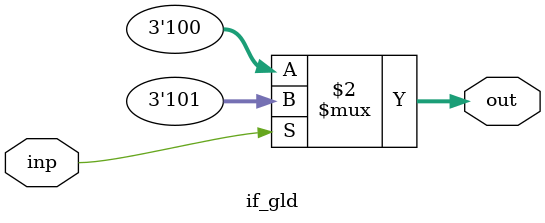
<source format=v>
module if_gld (
  input        inp, 
  output [2:0] out
);

assign out = inp == 1'd0 ? 3'd4 : 3'd5;

endmodule

</source>
